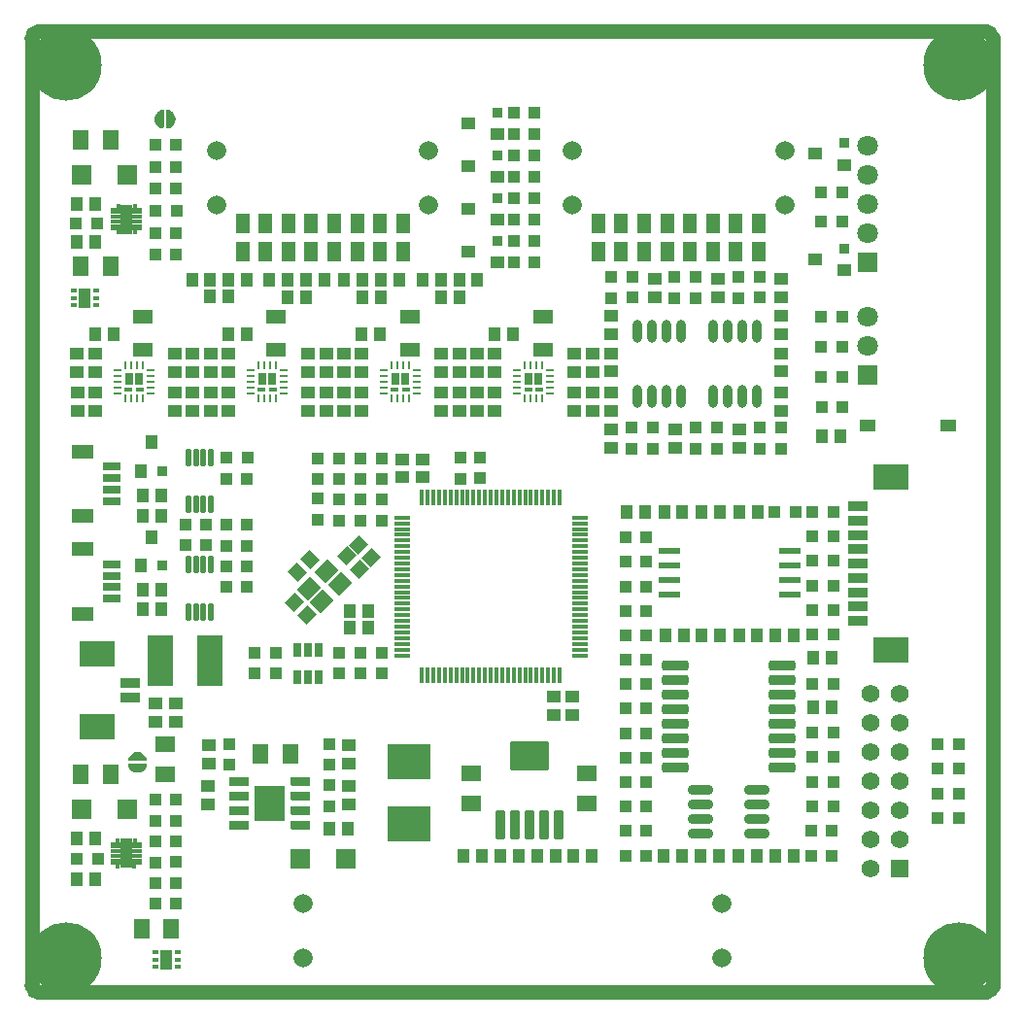
<source format=gbr>
G04*
G04 #@! TF.GenerationSoftware,Altium Limited,Altium Designer,24.1.2 (44)*
G04*
G04 Layer_Color=8388736*
%FSLAX44Y44*%
%MOMM*%
G71*
G04*
G04 #@! TF.SameCoordinates,1E5C80FD-96BC-4AB1-9BEB-1594B19F9C97*
G04*
G04*
G04 #@! TF.FilePolarity,Negative*
G04*
G01*
G75*
%ADD25C,1.2700*%
%ADD26R,0.3300X1.3500*%
%ADD27R,1.3500X0.3300*%
%ADD34R,1.4000X1.8000*%
%ADD35R,1.8000X1.8000*%
%ADD38R,0.9500X0.9000*%
%ADD39R,0.6500X0.2500*%
%ADD41R,0.2500X0.6500*%
%ADD49R,0.6500X0.3000*%
%ADD50R,0.7000X1.0000*%
%ADD51R,0.6500X0.2286*%
%ADD52R,1.5494X0.6604*%
%ADD53R,3.0988X2.2098*%
%ADD54R,1.7018X0.8128*%
%ADD58R,1.8000X1.4000*%
%ADD65R,1.9539X0.5821*%
%ADD66R,0.9000X0.9500*%
%ADD67R,1.1032X1.0032*%
%ADD68R,1.4032X1.0032*%
%ADD69R,1.1032X1.2032*%
%ADD70R,2.2032X4.4032*%
%ADD71R,1.2032X1.1032*%
%ADD72R,1.1016X1.7016*%
%ADD73R,0.5516X0.4016*%
%ADD74R,1.0032X1.1032*%
G04:AMPARAMS|DCode=75|XSize=1.2032mm|YSize=1.1032mm|CornerRadius=0mm|HoleSize=0mm|Usage=FLASHONLY|Rotation=225.000|XOffset=0mm|YOffset=0mm|HoleType=Round|Shape=Rectangle|*
%AMROTATEDRECTD75*
4,1,4,0.0354,0.8154,0.8154,0.0354,-0.0354,-0.8154,-0.8154,-0.0354,0.0354,0.8154,0.0*
%
%ADD75ROTATEDRECTD75*%

%ADD76R,1.1532X1.1032*%
%ADD77R,0.8532X0.4532*%
%ADD78R,0.8532X0.5032*%
%ADD79R,0.4532X0.8532*%
%ADD80R,0.5032X2.6032*%
%ADD81R,1.7524X0.9524*%
%ADD82R,3.1524X2.2524*%
%ADD83R,1.2032X1.7032*%
%ADD84R,1.7032X1.2032*%
%ADD85O,0.5532X1.6032*%
%ADD86O,0.8032X2.0032*%
%ADD87R,1.9050X1.2954*%
%ADD88R,0.8032X1.2032*%
G04:AMPARAMS|DCode=89|XSize=1.6032mm|YSize=1.4032mm|CornerRadius=0mm|HoleSize=0mm|Usage=FLASHONLY|Rotation=45.000|XOffset=0mm|YOffset=0mm|HoleType=Round|Shape=Rectangle|*
%AMROTATEDRECTD89*
4,1,4,-0.0707,-1.0629,-1.0629,-0.0707,0.0707,1.0629,1.0629,0.0707,-0.0707,-1.0629,0.0*
%
%ADD89ROTATEDRECTD89*%

G04:AMPARAMS|DCode=90|XSize=1.2032mm|YSize=1.1032mm|CornerRadius=0mm|HoleSize=0mm|Usage=FLASHONLY|Rotation=315.000|XOffset=0mm|YOffset=0mm|HoleType=Round|Shape=Rectangle|*
%AMROTATEDRECTD90*
4,1,4,-0.8154,0.0354,-0.0354,0.8154,0.8154,-0.0354,0.0354,-0.8154,-0.8154,0.0354,0.0*
%
%ADD90ROTATEDRECTD90*%

G04:AMPARAMS|DCode=91|XSize=0.9032mm|YSize=2.6032mm|CornerRadius=0.1506mm|HoleSize=0mm|Usage=FLASHONLY|Rotation=180.000|XOffset=0mm|YOffset=0mm|HoleType=Round|Shape=RoundedRectangle|*
%AMROUNDEDRECTD91*
21,1,0.9032,2.3020,0,0,180.0*
21,1,0.6020,2.6032,0,0,180.0*
1,1,0.3012,-0.3010,1.1510*
1,1,0.3012,0.3010,1.1510*
1,1,0.3012,0.3010,-1.1510*
1,1,0.3012,-0.3010,-1.1510*
%
%ADD91ROUNDEDRECTD91*%
G04:AMPARAMS|DCode=92|XSize=3.4032mm|YSize=2.6032mm|CornerRadius=0.1496mm|HoleSize=0mm|Usage=FLASHONLY|Rotation=180.000|XOffset=0mm|YOffset=0mm|HoleType=Round|Shape=RoundedRectangle|*
%AMROUNDEDRECTD92*
21,1,3.4032,2.3040,0,0,180.0*
21,1,3.1040,2.6032,0,0,180.0*
1,1,0.2992,-1.5520,1.1520*
1,1,0.2992,1.5520,1.1520*
1,1,0.2992,1.5520,-1.1520*
1,1,0.2992,-1.5520,-1.1520*
%
%ADD92ROUNDEDRECTD92*%
%ADD93R,3.7032X3.1532*%
G04:AMPARAMS|DCode=94|XSize=2.1632mm|YSize=0.7732mm|CornerRadius=0.2413mm|HoleSize=0mm|Usage=FLASHONLY|Rotation=0.000|XOffset=0mm|YOffset=0mm|HoleType=Round|Shape=RoundedRectangle|*
%AMROUNDEDRECTD94*
21,1,2.1632,0.2907,0,0,0.0*
21,1,1.6807,0.7732,0,0,0.0*
1,1,0.4825,0.8404,-0.1454*
1,1,0.4825,-0.8404,-0.1454*
1,1,0.4825,-0.8404,0.1454*
1,1,0.4825,0.8404,0.1454*
%
%ADD94ROUNDEDRECTD94*%
G04:AMPARAMS|DCode=95|XSize=2.3632mm|YSize=0.9232mm|CornerRadius=0.2816mm|HoleSize=0mm|Usage=FLASHONLY|Rotation=180.000|XOffset=0mm|YOffset=0mm|HoleType=Round|Shape=RoundedRectangle|*
%AMROUNDEDRECTD95*
21,1,2.3632,0.3600,0,0,180.0*
21,1,1.8000,0.9232,0,0,180.0*
1,1,0.5632,-0.9000,0.1800*
1,1,0.5632,0.9000,0.1800*
1,1,0.5632,0.9000,-0.1800*
1,1,0.5632,-0.9000,-0.1800*
%
%ADD95ROUNDEDRECTD95*%
%ADD96R,1.1032X1.1532*%
%ADD97R,1.8032X1.8032*%
%ADD98C,1.8032*%
%ADD99C,1.6612*%
%ADD100C,1.5732*%
%ADD101R,1.5732X1.5732*%
%ADD102C,1.2032*%
%ADD103C,6.2032*%
%ADD104C,0.6032*%
G36*
X124617Y775863D02*
X124653Y775863D01*
X124684Y775859D01*
X124714Y775857D01*
X124749Y775850D01*
X124785Y775845D01*
X125289Y775742D01*
X125292Y775742D01*
X125295Y775741D01*
X125356Y775724D01*
X125417Y775707D01*
X125420Y775706D01*
X125423Y775705D01*
X126394Y775364D01*
X126397Y775363D01*
X126399Y775362D01*
X126459Y775336D01*
X126516Y775312D01*
X126519Y775310D01*
X126522Y775309D01*
X127436Y774838D01*
X127439Y774837D01*
X127442Y774835D01*
X127497Y774802D01*
X127550Y774770D01*
X127553Y774768D01*
X127556Y774766D01*
X128397Y774175D01*
X128400Y774173D01*
X128402Y774171D01*
X128453Y774130D01*
X128501Y774091D01*
X128503Y774089D01*
X128506Y774087D01*
X129259Y773387D01*
X129261Y773384D01*
X129263Y773382D01*
X129308Y773335D01*
X129350Y773290D01*
X129352Y773287D01*
X129354Y773285D01*
X130005Y772488D01*
X130007Y772486D01*
X130009Y772483D01*
X130046Y772431D01*
X130082Y772380D01*
X130084Y772377D01*
X130085Y772374D01*
X130621Y771496D01*
X130623Y771494D01*
X130624Y771491D01*
X130653Y771436D01*
X130683Y771378D01*
X130684Y771375D01*
X130685Y771373D01*
X131096Y770430D01*
X131097Y770427D01*
X131099Y770424D01*
X131121Y770362D01*
X131141Y770304D01*
X131142Y770302D01*
X131143Y770298D01*
X131421Y769308D01*
X131422Y769305D01*
X131423Y769302D01*
X131436Y769240D01*
X131449Y769178D01*
X131449Y769175D01*
X131450Y769172D01*
X131590Y768153D01*
X131590Y768149D01*
X131591Y768147D01*
X131595Y768083D01*
X131600Y768020D01*
X131599Y768017D01*
X131600Y768014D01*
Y766985D01*
X131599Y766982D01*
X131600Y766979D01*
X131595Y766915D01*
X131591Y766852D01*
X131590Y766849D01*
X131590Y766846D01*
X131450Y765827D01*
X131449Y765824D01*
X131449Y765821D01*
X131436Y765759D01*
X131423Y765696D01*
X131422Y765694D01*
X131421Y765690D01*
X131143Y764700D01*
X131142Y764697D01*
X131141Y764694D01*
X131120Y764635D01*
X131099Y764575D01*
X131097Y764572D01*
X131096Y764569D01*
X130685Y763626D01*
X130684Y763623D01*
X130683Y763620D01*
X130653Y763564D01*
X130624Y763507D01*
X130623Y763505D01*
X130621Y763502D01*
X130085Y762624D01*
X130084Y762621D01*
X130082Y762619D01*
X130045Y762567D01*
X130009Y762515D01*
X130007Y762513D01*
X130005Y762510D01*
X129354Y761713D01*
X129352Y761711D01*
X129350Y761709D01*
X129307Y761663D01*
X129263Y761616D01*
X129261Y761614D01*
X129259Y761612D01*
X128506Y760911D01*
X128503Y760909D01*
X128501Y760907D01*
X128451Y760867D01*
X128402Y760827D01*
X128400Y760826D01*
X128397Y760824D01*
X127556Y760232D01*
X127553Y760231D01*
X127550Y760229D01*
X127495Y760195D01*
X127442Y760163D01*
X127439Y760162D01*
X127436Y760160D01*
X126522Y759690D01*
X126519Y759688D01*
X126516Y759687D01*
X126460Y759663D01*
X126399Y759637D01*
X126396Y759636D01*
X126394Y759635D01*
X125423Y759293D01*
X125420Y759292D01*
X125417Y759291D01*
X125356Y759274D01*
X125295Y759257D01*
X125292Y759257D01*
X125289Y759256D01*
X124785Y759153D01*
X124749Y759148D01*
X124714Y759141D01*
X124684Y759139D01*
X124653Y759135D01*
X124617Y759135D01*
X124581Y759133D01*
X124551Y759135D01*
X124520Y759134D01*
X124484Y759139D01*
X124448Y759141D01*
X124418Y759147D01*
X124388Y759151D01*
X124353Y759160D01*
X124318Y759167D01*
X124289Y759177D01*
X124259Y759185D01*
X124226Y759199D01*
X124192Y759210D01*
X124164Y759224D01*
X124136Y759235D01*
X124104Y759253D01*
X124072Y759269D01*
X124047Y759286D01*
X124020Y759301D01*
X123991Y759323D01*
X123962Y759343D01*
X123939Y759363D01*
X123914Y759382D01*
X123888Y759407D01*
X123862Y759431D01*
X123841Y759454D01*
X123819Y759476D01*
X123797Y759504D01*
X123774Y759531D01*
X123757Y759556D01*
X123738Y759581D01*
X123719Y759612D01*
X123700Y759642D01*
X123686Y759669D01*
X123671Y759696D01*
X123657Y759729D01*
X123641Y759761D01*
X123631Y759790D01*
X123619Y759819D01*
X123610Y759853D01*
X123598Y759887D01*
X123592Y759917D01*
X123584Y759947D01*
X123579Y759983D01*
X123572Y760018D01*
X123570Y760049D01*
X123566Y760079D01*
X123566Y760115D01*
X123563Y760151D01*
X123563Y774848D01*
X123566Y774884D01*
X123566Y774919D01*
X123570Y774949D01*
X123572Y774981D01*
X123579Y775016D01*
X123584Y775051D01*
X123592Y775081D01*
X123598Y775111D01*
X123610Y775146D01*
X123619Y775180D01*
X123631Y775208D01*
X123641Y775237D01*
X123657Y775270D01*
X123671Y775303D01*
X123686Y775329D01*
X123700Y775357D01*
X123720Y775387D01*
X123738Y775418D01*
X123756Y775442D01*
X123774Y775468D01*
X123798Y775495D01*
X123819Y775523D01*
X123841Y775544D01*
X123861Y775568D01*
X123889Y775592D01*
X123914Y775617D01*
X123938Y775635D01*
X123962Y775656D01*
X123992Y775676D01*
X124020Y775697D01*
X124046Y775712D01*
X124072Y775730D01*
X124105Y775745D01*
X124136Y775763D01*
X124164Y775775D01*
X124192Y775788D01*
X124226Y775800D01*
X124259Y775814D01*
X124289Y775821D01*
X124318Y775831D01*
X124353Y775838D01*
X124388Y775847D01*
X124418Y775851D01*
X124448Y775857D01*
X124484Y775860D01*
X124520Y775864D01*
X124551Y775864D01*
X124581Y775866D01*
X124581D01*
X124617Y775863D01*
D02*
G37*
G36*
X120452Y775861D02*
X120483Y775861D01*
X120519Y775856D01*
X120554Y775854D01*
X120584Y775848D01*
X120615Y775844D01*
X120650Y775835D01*
X120685Y775828D01*
X120714Y775818D01*
X120744Y775810D01*
X120777Y775797D01*
X120811Y775785D01*
X120839Y775771D01*
X120867Y775760D01*
X120898Y775742D01*
X120931Y775726D01*
X120956Y775709D01*
X120983Y775694D01*
X121012Y775672D01*
X121041Y775652D01*
X121064Y775632D01*
X121089Y775613D01*
X121114Y775588D01*
X121141Y775564D01*
X121162Y775541D01*
X121184Y775520D01*
X121206Y775491D01*
X121229Y775464D01*
X121246Y775439D01*
X121265Y775414D01*
X121283Y775383D01*
X121303Y775354D01*
X121317Y775326D01*
X121332Y775299D01*
X121346Y775266D01*
X121362Y775234D01*
X121372Y775205D01*
X121384Y775177D01*
X121393Y775142D01*
X121405Y775108D01*
X121411Y775078D01*
X121419Y775048D01*
X121424Y775013D01*
X121431Y774977D01*
X121433Y774947D01*
X121437Y774916D01*
X121437Y774880D01*
X121440Y774845D01*
X121440Y760147D01*
X121437Y760111D01*
X121437Y760076D01*
X121433Y760046D01*
X121431Y760015D01*
X121424Y759979D01*
X121419Y759944D01*
X121411Y759914D01*
X121405Y759884D01*
X121393Y759849D01*
X121384Y759815D01*
X121372Y759788D01*
X121362Y759758D01*
X121346Y759725D01*
X121332Y759693D01*
X121317Y759666D01*
X121313Y759659D01*
X121303Y759638D01*
X121283Y759608D01*
X121265Y759578D01*
X121247Y759554D01*
X121229Y759528D01*
X121205Y759500D01*
X121184Y759472D01*
X121162Y759451D01*
X121141Y759428D01*
X121114Y759404D01*
X121089Y759379D01*
X121065Y759360D01*
X121041Y759340D01*
X121011Y759320D01*
X120983Y759298D01*
X120956Y759283D01*
X120931Y759266D01*
X120898Y759250D01*
X120867Y759232D01*
X120839Y759221D01*
X120811Y759207D01*
X120777Y759195D01*
X120744Y759182D01*
X120714Y759174D01*
X120685Y759164D01*
X120650Y759157D01*
X120615Y759148D01*
X120584Y759144D01*
X120554Y759138D01*
X120519Y759136D01*
X120483Y759131D01*
X120452Y759131D01*
X120421Y759129D01*
X120421D01*
X120385Y759132D01*
X120350Y759132D01*
X120319Y759136D01*
X120288Y759138D01*
X120253Y759145D01*
X120218Y759150D01*
X119714Y759253D01*
X119711Y759254D01*
X119708Y759254D01*
X119647Y759271D01*
X119585Y759288D01*
X119583Y759289D01*
X119579Y759290D01*
X118609Y759631D01*
X118606Y759632D01*
X118603Y759633D01*
X118544Y759659D01*
X118487Y759684D01*
X118484Y759685D01*
X118481Y759686D01*
X117566Y760157D01*
X117564Y760159D01*
X117561Y760160D01*
X117506Y760193D01*
X117452Y760226D01*
X117450Y760228D01*
X117447Y760229D01*
X116605Y760820D01*
X116603Y760822D01*
X116600Y760824D01*
X116550Y760865D01*
X116502Y760904D01*
X116500Y760906D01*
X116497Y760908D01*
X115744Y761609D01*
X115742Y761611D01*
X115739Y761613D01*
X115695Y761660D01*
X115653Y761705D01*
X115651Y761708D01*
X115649Y761710D01*
X114998Y762507D01*
X114996Y762510D01*
X114994Y762512D01*
X114957Y762565D01*
X114921Y762616D01*
X114919Y762618D01*
X114917Y762621D01*
X114382Y763499D01*
X114380Y763502D01*
X114378Y763504D01*
X114350Y763559D01*
X114320Y763617D01*
X114319Y763620D01*
X114317Y763623D01*
X113907Y764566D01*
X113906Y764568D01*
X113904Y764571D01*
X113882Y764633D01*
X113862Y764691D01*
X113861Y764694D01*
X113860Y764697D01*
X113582Y765687D01*
X113581Y765690D01*
X113580Y765693D01*
X113567Y765755D01*
X113554Y765817D01*
X113554Y765821D01*
X113553Y765824D01*
X113413Y766843D01*
X113413Y766846D01*
X113412Y766849D01*
X113408Y766913D01*
X113403Y766975D01*
X113403Y766979D01*
X113403Y766982D01*
X113403Y768010D01*
X113403Y768013D01*
X113403Y768017D01*
X113408Y768081D01*
X113412Y768143D01*
X113413Y768146D01*
X113413Y768149D01*
X113553Y769168D01*
X113554Y769171D01*
X113554Y769174D01*
X113567Y769237D01*
X113580Y769299D01*
X113581Y769302D01*
X113582Y769305D01*
X113860Y770295D01*
X113861Y770298D01*
X113862Y770301D01*
X113883Y770361D01*
X113904Y770421D01*
X113906Y770424D01*
X113907Y770426D01*
X114317Y771369D01*
X114319Y771372D01*
X114320Y771375D01*
X114349Y771431D01*
X114378Y771488D01*
X114380Y771490D01*
X114382Y771493D01*
X114917Y772371D01*
X114919Y772374D01*
X114921Y772376D01*
X114958Y772428D01*
X114994Y772480D01*
X114996Y772482D01*
X114998Y772485D01*
X115648Y773282D01*
X115651Y773284D01*
X115653Y773287D01*
X115696Y773333D01*
X115739Y773379D01*
X115742Y773381D01*
X115744Y773383D01*
X116497Y774084D01*
X116500Y774086D01*
X116502Y774088D01*
X116551Y774128D01*
X116600Y774168D01*
X116603Y774170D01*
X116605Y774172D01*
X117447Y774763D01*
X117450Y774764D01*
X117452Y774766D01*
X117508Y774800D01*
X117561Y774832D01*
X117564Y774833D01*
X117566Y774835D01*
X118481Y775306D01*
X118484Y775307D01*
X118487Y775308D01*
X118543Y775332D01*
X118603Y775359D01*
X118606Y775359D01*
X118609Y775361D01*
X119579Y775702D01*
X119582Y775703D01*
X119585Y775704D01*
X119647Y775721D01*
X119708Y775738D01*
X119711Y775738D01*
X119714Y775739D01*
X120218Y775842D01*
X120253Y775847D01*
X120288Y775854D01*
X120319Y775856D01*
X120350Y775860D01*
X120385Y775860D01*
X120421Y775863D01*
X120452Y775861D01*
D02*
G37*
G36*
X99070Y215849D02*
X99073Y215849D01*
X99137Y215845D01*
X99200Y215841D01*
X99203Y215840D01*
X99206Y215840D01*
X100225Y215699D01*
X100228Y215699D01*
X100231Y215699D01*
X100293Y215685D01*
X100356Y215673D01*
X100358Y215672D01*
X100361Y215671D01*
X101352Y215393D01*
X101355Y215392D01*
X101358Y215391D01*
X101417Y215370D01*
X101477Y215348D01*
X101480Y215347D01*
X101483Y215346D01*
X102426Y214935D01*
X102429Y214934D01*
X102432Y214933D01*
X102488Y214903D01*
X102544Y214874D01*
X102547Y214872D01*
X102550Y214871D01*
X103428Y214335D01*
X103430Y214333D01*
X103433Y214332D01*
X103485Y214295D01*
X103537Y214258D01*
X103539Y214256D01*
X103541Y214255D01*
X104338Y213604D01*
X104341Y213602D01*
X104343Y213600D01*
X104389Y213557D01*
X104436Y213513D01*
X104438Y213511D01*
X104440Y213509D01*
X105140Y212756D01*
X105142Y212753D01*
X105145Y212751D01*
X105185Y212701D01*
X105225Y212652D01*
X105226Y212650D01*
X105228Y212647D01*
X105819Y211805D01*
X105821Y211803D01*
X105823Y211800D01*
X105857Y211744D01*
X105889Y211692D01*
X105890Y211689D01*
X105892Y211686D01*
X106362Y210771D01*
X106363Y210769D01*
X106365Y210766D01*
X106389Y210709D01*
X106415Y210649D01*
X106416Y210646D01*
X106417Y210643D01*
X106759Y209673D01*
X106760Y209670D01*
X106761Y209667D01*
X106777Y209606D01*
X106795Y209545D01*
X106795Y209542D01*
X106796Y209539D01*
X106899Y209035D01*
X106903Y208999D01*
X106910Y208964D01*
X106913Y208933D01*
X106917Y208903D01*
X106917Y208867D01*
X106919Y208831D01*
X106917Y208801D01*
X106917Y208770D01*
X106913Y208734D01*
X106910Y208698D01*
X106905Y208668D01*
X106901Y208638D01*
X106891Y208603D01*
X106884Y208568D01*
X106875Y208538D01*
X106867Y208509D01*
X106853Y208476D01*
X106842Y208442D01*
X106828Y208414D01*
X106817Y208386D01*
X106799Y208354D01*
X106783Y208322D01*
X106766Y208297D01*
X106750Y208270D01*
X106729Y208241D01*
X106709Y208211D01*
X106689Y208188D01*
X106670Y208164D01*
X106645Y208138D01*
X106621Y208111D01*
X106598Y208091D01*
X106576Y208069D01*
X106548Y208047D01*
X106521Y208023D01*
X106495Y208006D01*
X106471Y207987D01*
X106440Y207969D01*
X106410Y207950D01*
X106383Y207936D01*
X106356Y207920D01*
X106323Y207906D01*
X106291Y207890D01*
X106262Y207881D01*
X106233Y207869D01*
X106198Y207859D01*
X106165Y207848D01*
X106135Y207842D01*
X106105Y207834D01*
X106069Y207829D01*
X106034Y207822D01*
X106003Y207820D01*
X105973Y207816D01*
X105937Y207815D01*
X105901Y207813D01*
X91204Y207813D01*
X91168Y207815D01*
X91132Y207816D01*
X91102Y207820D01*
X91071Y207822D01*
X91036Y207829D01*
X91000Y207834D01*
X90971Y207842D01*
X90941Y207848D01*
X90906Y207859D01*
X90872Y207869D01*
X90844Y207880D01*
X90815Y207890D01*
X90782Y207907D01*
X90749Y207920D01*
X90723Y207936D01*
X90695Y207949D01*
X90665Y207970D01*
X90634Y207987D01*
X90610Y208006D01*
X90584Y208023D01*
X90561Y208044D01*
X90557Y208047D01*
X90529Y208069D01*
X90508Y208091D01*
X90484Y208111D01*
X90460Y208139D01*
X90435Y208164D01*
X90417Y208188D01*
X90396Y208211D01*
X90376Y208242D01*
X90355Y208270D01*
X90340Y208296D01*
X90322Y208322D01*
X90306Y208355D01*
X90289Y208386D01*
X90277Y208414D01*
X90263Y208442D01*
X90252Y208476D01*
X90238Y208509D01*
X90231Y208538D01*
X90221Y208568D01*
X90214Y208603D01*
X90204Y208638D01*
X90201Y208668D01*
X90195Y208698D01*
X90192Y208734D01*
X90188Y208770D01*
X90188Y208801D01*
X90186Y208831D01*
Y208831D01*
X90188Y208867D01*
X90189Y208903D01*
X90193Y208933D01*
X90195Y208964D01*
X90202Y208999D01*
X90206Y209035D01*
X90309Y209539D01*
X90310Y209542D01*
X90311Y209545D01*
X90328Y209606D01*
X90344Y209667D01*
X90346Y209670D01*
X90346Y209673D01*
X90688Y210644D01*
X90689Y210646D01*
X90690Y210649D01*
X90716Y210709D01*
X90740Y210766D01*
X90742Y210769D01*
X90743Y210771D01*
X91214Y211686D01*
X91215Y211689D01*
X91217Y211692D01*
X91250Y211747D01*
X91282Y211800D01*
X91284Y211803D01*
X91286Y211805D01*
X91877Y212647D01*
X91879Y212650D01*
X91881Y212652D01*
X91921Y212702D01*
X91960Y212751D01*
X91963Y212753D01*
X91965Y212756D01*
X92665Y213509D01*
X92667Y213511D01*
X92669Y213513D01*
X92717Y213558D01*
X92762Y213600D01*
X92765Y213602D01*
X92767Y213604D01*
X93564Y214255D01*
X93566Y214256D01*
X93568Y214258D01*
X93621Y214296D01*
X93672Y214332D01*
X93675Y214333D01*
X93677Y214335D01*
X94556Y214871D01*
X94558Y214872D01*
X94561Y214874D01*
X94616Y214902D01*
X94674Y214933D01*
X94677Y214934D01*
X94679Y214935D01*
X95622Y215346D01*
X95625Y215347D01*
X95628Y215348D01*
X95690Y215370D01*
X95747Y215391D01*
X95750Y215392D01*
X95753Y215393D01*
X96744Y215671D01*
X96747Y215672D01*
X96750Y215673D01*
X96812Y215685D01*
X96874Y215699D01*
X96877Y215699D01*
X96880Y215699D01*
X97899Y215840D01*
X97902Y215840D01*
X97905Y215841D01*
X97969Y215845D01*
X98032Y215849D01*
X98035Y215849D01*
X98038Y215849D01*
X99067D01*
X99070Y215849D01*
D02*
G37*
G36*
X105941Y205687D02*
X105976Y205687D01*
X106006Y205683D01*
X106037Y205681D01*
X106073Y205674D01*
X106108Y205669D01*
X106137Y205661D01*
X106168Y205655D01*
X106202Y205643D01*
X106236Y205634D01*
X106264Y205622D01*
X106294Y205612D01*
X106327Y205596D01*
X106359Y205582D01*
X106385Y205567D01*
X106413Y205553D01*
X106444Y205533D01*
X106474Y205515D01*
X106498Y205496D01*
X106524Y205479D01*
X106552Y205455D01*
X106580Y205433D01*
X106601Y205412D01*
X106624Y205391D01*
X106648Y205364D01*
X106673Y205339D01*
X106692Y205314D01*
X106712Y205291D01*
X106732Y205261D01*
X106754Y205233D01*
X106769Y205206D01*
X106786Y205180D01*
X106802Y205148D01*
X106820Y205117D01*
X106831Y205089D01*
X106845Y205061D01*
X106857Y205026D01*
X106870Y204994D01*
X106878Y204964D01*
X106888Y204935D01*
X106895Y204900D01*
X106904Y204865D01*
X106908Y204834D01*
X106914Y204804D01*
X106916Y204768D01*
X106921Y204733D01*
X106920Y204702D01*
X106923Y204671D01*
Y204671D01*
X106920Y204635D01*
X106920Y204599D01*
X106916Y204569D01*
X106914Y204538D01*
X106907Y204503D01*
X106902Y204468D01*
X106799Y203964D01*
X106798Y203961D01*
X106798Y203958D01*
X106781Y203897D01*
X106764Y203835D01*
X106763Y203832D01*
X106762Y203829D01*
X106420Y202859D01*
X106419Y202856D01*
X106419Y202853D01*
X106393Y202794D01*
X106368Y202736D01*
X106367Y202734D01*
X106365Y202731D01*
X105895Y201816D01*
X105893Y201814D01*
X105892Y201811D01*
X105858Y201756D01*
X105826Y201702D01*
X105824Y201700D01*
X105823Y201697D01*
X105231Y200855D01*
X105230Y200853D01*
X105228Y200850D01*
X105187Y200800D01*
X105148Y200751D01*
X105146Y200749D01*
X105144Y200747D01*
X104443Y199994D01*
X104441Y199992D01*
X104439Y199989D01*
X104391Y199945D01*
X104346Y199902D01*
X104344Y199900D01*
X104342Y199898D01*
X103545Y199248D01*
X103542Y199246D01*
X103540Y199244D01*
X103487Y199207D01*
X103436Y199170D01*
X103434Y199169D01*
X103431Y199167D01*
X102553Y198631D01*
X102550Y198630D01*
X102548Y198628D01*
X102493Y198600D01*
X102435Y198570D01*
X102432Y198569D01*
X102429Y198567D01*
X101486Y198156D01*
X101483Y198155D01*
X101481Y198154D01*
X101418Y198132D01*
X101361Y198111D01*
X101358Y198111D01*
X101355Y198110D01*
X100365Y197831D01*
X100362Y197831D01*
X100359Y197830D01*
X100297Y197817D01*
X100234Y197804D01*
X100231Y197804D01*
X100228Y197803D01*
X99209Y197663D01*
X99206Y197662D01*
X99203Y197662D01*
X99140Y197658D01*
X99076Y197653D01*
X99073Y197653D01*
X99070Y197653D01*
X98041D01*
X98038Y197653D01*
X98035Y197653D01*
X97972Y197658D01*
X97909Y197662D01*
X97906Y197662D01*
X97902Y197663D01*
X96883Y197803D01*
X96880Y197804D01*
X96877Y197804D01*
X96815Y197817D01*
X96753Y197830D01*
X96750Y197831D01*
X96747Y197831D01*
X95757Y198110D01*
X95754Y198111D01*
X95751Y198111D01*
X95691Y198133D01*
X95631Y198154D01*
X95628Y198155D01*
X95625Y198156D01*
X94682Y198567D01*
X94680Y198569D01*
X94677Y198570D01*
X94621Y198599D01*
X94564Y198628D01*
X94561Y198630D01*
X94559Y198631D01*
X93681Y199167D01*
X93678Y199169D01*
X93675Y199170D01*
X93624Y199207D01*
X93572Y199244D01*
X93569Y199246D01*
X93567Y199248D01*
X92770Y199898D01*
X92768Y199900D01*
X92765Y199902D01*
X92719Y199946D01*
X92673Y199989D01*
X92671Y199991D01*
X92668Y199994D01*
X91968Y200747D01*
X91966Y200749D01*
X91964Y200751D01*
X91924Y200801D01*
X91884Y200850D01*
X91882Y200853D01*
X91880Y200855D01*
X91289Y201697D01*
X91287Y201700D01*
X91285Y201702D01*
X91252Y201758D01*
X91220Y201811D01*
X91219Y201814D01*
X91217Y201816D01*
X90746Y202731D01*
X90745Y202734D01*
X90744Y202736D01*
X90719Y202793D01*
X90693Y202853D01*
X90692Y202856D01*
X90691Y202859D01*
X90350Y203829D01*
X90349Y203832D01*
X90348Y203835D01*
X90331Y203897D01*
X90314Y203958D01*
X90313Y203961D01*
X90313Y203964D01*
X90210Y204468D01*
X90205Y204503D01*
X90198Y204538D01*
X90196Y204569D01*
X90192Y204599D01*
X90191Y204635D01*
X90189Y204671D01*
X90191Y204702D01*
X90191Y204733D01*
X90196Y204768D01*
X90198Y204804D01*
X90204Y204834D01*
X90208Y204865D01*
X90217Y204900D01*
X90224Y204935D01*
X90234Y204964D01*
X90242Y204994D01*
X90255Y205026D01*
X90267Y205061D01*
X90280Y205089D01*
X90292Y205117D01*
X90310Y205148D01*
X90326Y205180D01*
X90343Y205206D01*
X90358Y205233D01*
X90380Y205261D01*
X90400Y205291D01*
X90420Y205314D01*
X90438Y205339D01*
X90464Y205364D01*
X90487Y205391D01*
X90511Y205411D01*
X90532Y205433D01*
X90561Y205455D01*
X90588Y205479D01*
X90613Y205496D01*
X90638Y205515D01*
X90669Y205533D01*
X90698Y205553D01*
X90726Y205566D01*
X90752Y205582D01*
X90786Y205596D01*
X90818Y205612D01*
X90847Y205622D01*
X90875Y205634D01*
X90910Y205643D01*
X90944Y205655D01*
X90974Y205661D01*
X91004Y205669D01*
X91039Y205674D01*
X91074Y205681D01*
X91105Y205683D01*
X91136Y205687D01*
X91171Y205687D01*
X91207Y205689D01*
X105904Y205689D01*
X105941Y205687D01*
D02*
G37*
G36*
X248783Y193737D02*
X248803D01*
X248833Y193727D01*
X248853D01*
X248883Y193717D01*
X248903Y193707D01*
X248933Y193697D01*
X248953Y193677D01*
X248973Y193667D01*
X248993Y193647D01*
X249013Y193637D01*
X249033Y193617D01*
X249053Y193597D01*
X249073Y193577D01*
X249093Y193557D01*
X249103Y193537D01*
X249123Y193517D01*
X249133Y193497D01*
X249153Y193477D01*
X249163Y193447D01*
X249173Y193427D01*
X249183Y193397D01*
Y193377D01*
X249193Y193347D01*
Y193327D01*
X249203Y193297D01*
Y193277D01*
Y193247D01*
Y186847D01*
Y186817D01*
Y186797D01*
X249193Y186767D01*
Y186747D01*
X249183Y186717D01*
Y186697D01*
X249173Y186667D01*
X249163Y186647D01*
X249153Y186617D01*
X249133Y186597D01*
X249123Y186577D01*
X249103Y186557D01*
X249093Y186537D01*
X249073Y186517D01*
X249053Y186497D01*
X249033Y186477D01*
X249013Y186457D01*
X248993Y186447D01*
X248973Y186427D01*
X248953Y186417D01*
X248933Y186397D01*
X248903Y186387D01*
X248883Y186377D01*
X248853Y186367D01*
X248833D01*
X248803Y186357D01*
X248783D01*
X248753Y186347D01*
X232753D01*
X232723Y186357D01*
X232703D01*
X232673Y186367D01*
X232653D01*
X232623Y186377D01*
X232603Y186387D01*
X232573Y186397D01*
X232553Y186417D01*
X232533Y186427D01*
X232513Y186447D01*
X232493Y186457D01*
X232473Y186477D01*
X232453Y186497D01*
X232433Y186517D01*
X232413Y186537D01*
X232403Y186557D01*
X232383Y186577D01*
X232373Y186597D01*
X232353Y186617D01*
X232343Y186647D01*
X232333Y186667D01*
X232323Y186697D01*
Y186717D01*
X232313Y186747D01*
Y186767D01*
X232303Y186797D01*
Y186817D01*
Y186847D01*
Y193247D01*
Y193277D01*
Y193297D01*
X232313Y193327D01*
Y193347D01*
X232323Y193377D01*
Y193397D01*
X232333Y193427D01*
X232343Y193447D01*
X232353Y193477D01*
X232373Y193497D01*
X232383Y193517D01*
X232403Y193537D01*
X232413Y193557D01*
X232433Y193577D01*
X232453Y193597D01*
X232473Y193617D01*
X232493Y193637D01*
X232513Y193647D01*
X232533Y193667D01*
X232553Y193677D01*
X232573Y193697D01*
X232603Y193707D01*
X232623Y193717D01*
X232653Y193727D01*
X232673D01*
X232703Y193737D01*
X232723D01*
X232753Y193747D01*
X248753D01*
X248783Y193737D01*
D02*
G37*
G36*
X194783D02*
X194803D01*
X194833Y193727D01*
X194853D01*
X194883Y193717D01*
X194903Y193707D01*
X194933Y193697D01*
X194953Y193677D01*
X194973Y193667D01*
X194993Y193647D01*
X195013Y193637D01*
X195033Y193617D01*
X195053Y193597D01*
X195073Y193577D01*
X195093Y193557D01*
X195103Y193537D01*
X195123Y193517D01*
X195133Y193497D01*
X195153Y193477D01*
X195163Y193447D01*
X195173Y193427D01*
X195183Y193397D01*
Y193377D01*
X195193Y193347D01*
Y193327D01*
X195203Y193297D01*
Y193277D01*
Y193247D01*
Y186847D01*
Y186817D01*
Y186797D01*
X195193Y186767D01*
Y186747D01*
X195183Y186717D01*
Y186697D01*
X195173Y186667D01*
X195163Y186647D01*
X195153Y186617D01*
X195133Y186597D01*
X195123Y186577D01*
X195103Y186557D01*
X195093Y186537D01*
X195073Y186517D01*
X195053Y186497D01*
X195033Y186477D01*
X195013Y186457D01*
X194993Y186447D01*
X194973Y186427D01*
X194953Y186417D01*
X194933Y186397D01*
X194903Y186387D01*
X194883Y186377D01*
X194853Y186367D01*
X194833D01*
X194803Y186357D01*
X194783D01*
X194753Y186347D01*
X178753D01*
X178723Y186357D01*
X178703D01*
X178673Y186367D01*
X178653D01*
X178623Y186377D01*
X178603Y186387D01*
X178573Y186397D01*
X178553Y186417D01*
X178533Y186427D01*
X178513Y186447D01*
X178493Y186457D01*
X178473Y186477D01*
X178453Y186497D01*
X178433Y186517D01*
X178413Y186537D01*
X178403Y186557D01*
X178383Y186577D01*
X178373Y186597D01*
X178353Y186617D01*
X178343Y186647D01*
X178333Y186667D01*
X178323Y186697D01*
Y186717D01*
X178313Y186747D01*
Y186767D01*
X178303Y186797D01*
Y186817D01*
Y186847D01*
Y193247D01*
Y193277D01*
Y193297D01*
X178313Y193327D01*
Y193347D01*
X178323Y193377D01*
Y193397D01*
X178333Y193427D01*
X178343Y193447D01*
X178353Y193477D01*
X178373Y193497D01*
X178383Y193517D01*
X178403Y193537D01*
X178413Y193557D01*
X178433Y193577D01*
X178453Y193597D01*
X178473Y193617D01*
X178493Y193637D01*
X178513Y193647D01*
X178533Y193667D01*
X178553Y193677D01*
X178573Y193697D01*
X178603Y193707D01*
X178623Y193717D01*
X178653Y193727D01*
X178673D01*
X178703Y193737D01*
X178723D01*
X178753Y193747D01*
X194753D01*
X194783Y193737D01*
D02*
G37*
G36*
X248783Y181037D02*
X248803D01*
X248833Y181027D01*
X248853D01*
X248883Y181017D01*
X248903Y181007D01*
X248933Y180997D01*
X248953Y180977D01*
X248973Y180967D01*
X248993Y180947D01*
X249013Y180937D01*
X249033Y180917D01*
X249053Y180897D01*
X249073Y180877D01*
X249093Y180857D01*
X249103Y180837D01*
X249123Y180817D01*
X249133Y180797D01*
X249153Y180777D01*
X249163Y180747D01*
X249173Y180727D01*
X249183Y180697D01*
Y180677D01*
X249193Y180647D01*
Y180627D01*
X249203Y180597D01*
Y180577D01*
Y180547D01*
Y174147D01*
Y174117D01*
Y174097D01*
X249193Y174067D01*
Y174047D01*
X249183Y174017D01*
Y173997D01*
X249173Y173967D01*
X249163Y173947D01*
X249153Y173917D01*
X249133Y173897D01*
X249123Y173877D01*
X249103Y173857D01*
X249093Y173837D01*
X249073Y173817D01*
X249053Y173797D01*
X249033Y173777D01*
X249013Y173757D01*
X248993Y173747D01*
X248973Y173727D01*
X248953Y173717D01*
X248933Y173697D01*
X248903Y173687D01*
X248883Y173677D01*
X248853Y173667D01*
X248833D01*
X248803Y173657D01*
X248783D01*
X248753Y173647D01*
X232753D01*
X232723Y173657D01*
X232703D01*
X232673Y173667D01*
X232653D01*
X232623Y173677D01*
X232603Y173687D01*
X232573Y173697D01*
X232553Y173717D01*
X232533Y173727D01*
X232513Y173747D01*
X232493Y173757D01*
X232473Y173777D01*
X232453Y173797D01*
X232433Y173817D01*
X232413Y173837D01*
X232403Y173857D01*
X232383Y173877D01*
X232373Y173897D01*
X232353Y173917D01*
X232343Y173947D01*
X232333Y173967D01*
X232323Y173997D01*
Y174017D01*
X232313Y174047D01*
Y174067D01*
X232303Y174097D01*
Y174117D01*
Y174147D01*
Y180547D01*
Y180577D01*
Y180597D01*
X232313Y180627D01*
Y180647D01*
X232323Y180677D01*
Y180697D01*
X232333Y180727D01*
X232343Y180747D01*
X232353Y180777D01*
X232373Y180797D01*
X232383Y180817D01*
X232403Y180837D01*
X232413Y180857D01*
X232433Y180877D01*
X232453Y180897D01*
X232473Y180917D01*
X232493Y180937D01*
X232513Y180947D01*
X232533Y180967D01*
X232553Y180977D01*
X232573Y180997D01*
X232603Y181007D01*
X232623Y181017D01*
X232653Y181027D01*
X232673D01*
X232703Y181037D01*
X232723D01*
X232753Y181047D01*
X248753D01*
X248783Y181037D01*
D02*
G37*
G36*
X194783D02*
X194803D01*
X194833Y181027D01*
X194853D01*
X194883Y181017D01*
X194903Y181007D01*
X194933Y180997D01*
X194953Y180977D01*
X194973Y180967D01*
X194993Y180947D01*
X195013Y180937D01*
X195033Y180917D01*
X195053Y180897D01*
X195073Y180877D01*
X195093Y180857D01*
X195103Y180837D01*
X195123Y180817D01*
X195133Y180797D01*
X195153Y180777D01*
X195163Y180747D01*
X195173Y180727D01*
X195183Y180697D01*
Y180677D01*
X195193Y180647D01*
Y180627D01*
X195203Y180597D01*
Y180577D01*
Y180547D01*
Y174147D01*
Y174117D01*
Y174097D01*
X195193Y174067D01*
Y174047D01*
X195183Y174017D01*
Y173997D01*
X195173Y173967D01*
X195163Y173947D01*
X195153Y173917D01*
X195133Y173897D01*
X195123Y173877D01*
X195103Y173857D01*
X195093Y173837D01*
X195073Y173817D01*
X195053Y173797D01*
X195033Y173777D01*
X195013Y173757D01*
X194993Y173747D01*
X194973Y173727D01*
X194953Y173717D01*
X194933Y173697D01*
X194903Y173687D01*
X194883Y173677D01*
X194853Y173667D01*
X194833D01*
X194803Y173657D01*
X194783D01*
X194753Y173647D01*
X178753D01*
X178723Y173657D01*
X178703D01*
X178673Y173667D01*
X178653D01*
X178623Y173677D01*
X178603Y173687D01*
X178573Y173697D01*
X178553Y173717D01*
X178533Y173727D01*
X178513Y173747D01*
X178493Y173757D01*
X178473Y173777D01*
X178453Y173797D01*
X178433Y173817D01*
X178413Y173837D01*
X178403Y173857D01*
X178383Y173877D01*
X178373Y173897D01*
X178353Y173917D01*
X178343Y173947D01*
X178333Y173967D01*
X178323Y173997D01*
Y174017D01*
X178313Y174047D01*
Y174067D01*
X178303Y174097D01*
Y174117D01*
Y174147D01*
Y180547D01*
Y180577D01*
Y180597D01*
X178313Y180627D01*
Y180647D01*
X178323Y180677D01*
Y180697D01*
X178333Y180727D01*
X178343Y180747D01*
X178353Y180777D01*
X178373Y180797D01*
X178383Y180817D01*
X178403Y180837D01*
X178413Y180857D01*
X178433Y180877D01*
X178453Y180897D01*
X178473Y180917D01*
X178493Y180937D01*
X178513Y180947D01*
X178533Y180967D01*
X178553Y180977D01*
X178573Y180997D01*
X178603Y181007D01*
X178623Y181017D01*
X178653Y181027D01*
X178673D01*
X178703Y181037D01*
X178723D01*
X178753Y181047D01*
X194753D01*
X194783Y181037D01*
D02*
G37*
G36*
X248783Y168337D02*
X248803D01*
X248833Y168327D01*
X248853D01*
X248883Y168317D01*
X248903Y168307D01*
X248933Y168297D01*
X248953Y168277D01*
X248973Y168267D01*
X248993Y168247D01*
X249013Y168237D01*
X249033Y168217D01*
X249053Y168197D01*
X249073Y168177D01*
X249093Y168157D01*
X249103Y168137D01*
X249123Y168117D01*
X249133Y168097D01*
X249153Y168077D01*
X249163Y168047D01*
X249173Y168027D01*
X249183Y167997D01*
Y167977D01*
X249193Y167947D01*
Y167927D01*
X249203Y167897D01*
Y167877D01*
Y167847D01*
Y161447D01*
Y161417D01*
Y161397D01*
X249193Y161367D01*
Y161347D01*
X249183Y161317D01*
Y161297D01*
X249173Y161267D01*
X249163Y161247D01*
X249153Y161217D01*
X249133Y161197D01*
X249123Y161177D01*
X249103Y161157D01*
X249093Y161137D01*
X249073Y161117D01*
X249053Y161097D01*
X249033Y161077D01*
X249013Y161057D01*
X248993Y161047D01*
X248973Y161027D01*
X248953Y161017D01*
X248933Y160997D01*
X248903Y160987D01*
X248883Y160977D01*
X248853Y160967D01*
X248833D01*
X248803Y160957D01*
X248783D01*
X248753Y160947D01*
X232753D01*
X232723Y160957D01*
X232703D01*
X232673Y160967D01*
X232653D01*
X232623Y160977D01*
X232603Y160987D01*
X232573Y160997D01*
X232553Y161017D01*
X232533Y161027D01*
X232513Y161047D01*
X232493Y161057D01*
X232473Y161077D01*
X232453Y161097D01*
X232433Y161117D01*
X232413Y161137D01*
X232403Y161157D01*
X232383Y161177D01*
X232373Y161197D01*
X232353Y161217D01*
X232343Y161247D01*
X232333Y161267D01*
X232323Y161297D01*
Y161317D01*
X232313Y161347D01*
Y161367D01*
X232303Y161397D01*
Y161417D01*
Y161447D01*
Y167847D01*
Y167877D01*
Y167897D01*
X232313Y167927D01*
Y167947D01*
X232323Y167977D01*
Y167997D01*
X232333Y168027D01*
X232343Y168047D01*
X232353Y168077D01*
X232373Y168097D01*
X232383Y168117D01*
X232403Y168137D01*
X232413Y168157D01*
X232433Y168177D01*
X232453Y168197D01*
X232473Y168217D01*
X232493Y168237D01*
X232513Y168247D01*
X232533Y168267D01*
X232553Y168277D01*
X232573Y168297D01*
X232603Y168307D01*
X232623Y168317D01*
X232653Y168327D01*
X232673D01*
X232703Y168337D01*
X232723D01*
X232753Y168347D01*
X248753D01*
X248783Y168337D01*
D02*
G37*
G36*
X194783D02*
X194803D01*
X194833Y168327D01*
X194853D01*
X194883Y168317D01*
X194903Y168307D01*
X194933Y168297D01*
X194953Y168277D01*
X194973Y168267D01*
X194993Y168247D01*
X195013Y168237D01*
X195033Y168217D01*
X195053Y168197D01*
X195073Y168177D01*
X195093Y168157D01*
X195103Y168137D01*
X195123Y168117D01*
X195133Y168097D01*
X195153Y168077D01*
X195163Y168047D01*
X195173Y168027D01*
X195183Y167997D01*
Y167977D01*
X195193Y167947D01*
Y167927D01*
X195203Y167897D01*
Y167877D01*
Y167847D01*
Y161447D01*
Y161417D01*
Y161397D01*
X195193Y161367D01*
Y161347D01*
X195183Y161317D01*
Y161297D01*
X195173Y161267D01*
X195163Y161247D01*
X195153Y161217D01*
X195133Y161197D01*
X195123Y161177D01*
X195103Y161157D01*
X195093Y161137D01*
X195073Y161117D01*
X195053Y161097D01*
X195033Y161077D01*
X195013Y161057D01*
X194993Y161047D01*
X194973Y161027D01*
X194953Y161017D01*
X194933Y160997D01*
X194903Y160987D01*
X194883Y160977D01*
X194853Y160967D01*
X194833D01*
X194803Y160957D01*
X194783D01*
X194753Y160947D01*
X178753D01*
X178723Y160957D01*
X178703D01*
X178673Y160967D01*
X178653D01*
X178623Y160977D01*
X178603Y160987D01*
X178573Y160997D01*
X178553Y161017D01*
X178533Y161027D01*
X178513Y161047D01*
X178493Y161057D01*
X178473Y161077D01*
X178453Y161097D01*
X178433Y161117D01*
X178413Y161137D01*
X178403Y161157D01*
X178383Y161177D01*
X178373Y161197D01*
X178353Y161217D01*
X178343Y161247D01*
X178333Y161267D01*
X178323Y161297D01*
Y161317D01*
X178313Y161347D01*
Y161367D01*
X178303Y161397D01*
Y161417D01*
Y161447D01*
Y167847D01*
Y167877D01*
Y167897D01*
X178313Y167927D01*
Y167947D01*
X178323Y167977D01*
Y167997D01*
X178333Y168027D01*
X178343Y168047D01*
X178353Y168077D01*
X178373Y168097D01*
X178383Y168117D01*
X178403Y168137D01*
X178413Y168157D01*
X178433Y168177D01*
X178453Y168197D01*
X178473Y168217D01*
X178493Y168237D01*
X178513Y168247D01*
X178533Y168267D01*
X178553Y168277D01*
X178573Y168297D01*
X178603Y168307D01*
X178623Y168317D01*
X178653Y168327D01*
X178673D01*
X178703Y168337D01*
X178723D01*
X178753Y168347D01*
X194753D01*
X194783Y168337D01*
D02*
G37*
G36*
X226753Y155497D02*
X200753D01*
Y186497D01*
X226753D01*
Y155497D01*
D02*
G37*
G36*
X248783Y155637D02*
X248803D01*
X248833Y155627D01*
X248853D01*
X248883Y155617D01*
X248903Y155607D01*
X248933Y155597D01*
X248953Y155577D01*
X248973Y155567D01*
X248993Y155547D01*
X249013Y155537D01*
X249033Y155517D01*
X249053Y155497D01*
X249073Y155477D01*
X249093Y155457D01*
X249103Y155437D01*
X249123Y155417D01*
X249133Y155397D01*
X249153Y155377D01*
X249163Y155347D01*
X249173Y155327D01*
X249183Y155297D01*
Y155277D01*
X249193Y155247D01*
Y155227D01*
X249203Y155197D01*
Y155177D01*
Y155147D01*
Y148747D01*
Y148717D01*
Y148697D01*
X249193Y148667D01*
Y148647D01*
X249183Y148617D01*
Y148597D01*
X249173Y148567D01*
X249163Y148547D01*
X249153Y148517D01*
X249133Y148497D01*
X249123Y148477D01*
X249103Y148457D01*
X249093Y148437D01*
X249073Y148417D01*
X249053Y148397D01*
X249033Y148377D01*
X249013Y148357D01*
X248993Y148347D01*
X248973Y148327D01*
X248953Y148317D01*
X248933Y148297D01*
X248903Y148287D01*
X248883Y148277D01*
X248853Y148267D01*
X248833D01*
X248803Y148257D01*
X248783D01*
X248753Y148247D01*
X232753D01*
X232723Y148257D01*
X232703D01*
X232673Y148267D01*
X232653D01*
X232623Y148277D01*
X232603Y148287D01*
X232573Y148297D01*
X232553Y148317D01*
X232533Y148327D01*
X232513Y148347D01*
X232493Y148357D01*
X232473Y148377D01*
X232453Y148397D01*
X232433Y148417D01*
X232413Y148437D01*
X232403Y148457D01*
X232383Y148477D01*
X232373Y148497D01*
X232353Y148517D01*
X232343Y148547D01*
X232333Y148567D01*
X232323Y148597D01*
Y148617D01*
X232313Y148647D01*
Y148667D01*
X232303Y148697D01*
Y148717D01*
Y148747D01*
Y155147D01*
Y155177D01*
Y155197D01*
X232313Y155227D01*
Y155247D01*
X232323Y155277D01*
Y155297D01*
X232333Y155327D01*
X232343Y155347D01*
X232353Y155377D01*
X232373Y155397D01*
X232383Y155417D01*
X232403Y155437D01*
X232413Y155457D01*
X232433Y155477D01*
X232453Y155497D01*
X232473Y155517D01*
X232493Y155537D01*
X232513Y155547D01*
X232533Y155567D01*
X232553Y155577D01*
X232573Y155597D01*
X232603Y155607D01*
X232623Y155617D01*
X232653Y155627D01*
X232673D01*
X232703Y155637D01*
X232723D01*
X232753Y155647D01*
X248753D01*
X248783Y155637D01*
D02*
G37*
G36*
X194783D02*
X194803D01*
X194833Y155627D01*
X194853D01*
X194883Y155617D01*
X194903Y155607D01*
X194933Y155597D01*
X194953Y155577D01*
X194973Y155567D01*
X194993Y155547D01*
X195013Y155537D01*
X195033Y155517D01*
X195053Y155497D01*
X195073Y155477D01*
X195093Y155457D01*
X195103Y155437D01*
X195123Y155417D01*
X195133Y155397D01*
X195153Y155377D01*
X195163Y155347D01*
X195173Y155327D01*
X195183Y155297D01*
Y155277D01*
X195193Y155247D01*
Y155227D01*
X195203Y155197D01*
Y155177D01*
Y155147D01*
Y148747D01*
Y148717D01*
Y148697D01*
X195193Y148667D01*
Y148647D01*
X195183Y148617D01*
Y148597D01*
X195173Y148567D01*
X195163Y148547D01*
X195153Y148517D01*
X195133Y148497D01*
X195123Y148477D01*
X195103Y148457D01*
X195093Y148437D01*
X195073Y148417D01*
X195053Y148397D01*
X195033Y148377D01*
X195013Y148357D01*
X194993Y148347D01*
X194973Y148327D01*
X194953Y148317D01*
X194933Y148297D01*
X194903Y148287D01*
X194883Y148277D01*
X194853Y148267D01*
X194833D01*
X194803Y148257D01*
X194783D01*
X194753Y148247D01*
X178753D01*
X178723Y148257D01*
X178703D01*
X178673Y148267D01*
X178653D01*
X178623Y148277D01*
X178603Y148287D01*
X178573Y148297D01*
X178553Y148317D01*
X178533Y148327D01*
X178513Y148347D01*
X178493Y148357D01*
X178473Y148377D01*
X178453Y148397D01*
X178433Y148417D01*
X178413Y148437D01*
X178403Y148457D01*
X178383Y148477D01*
X178373Y148497D01*
X178353Y148517D01*
X178343Y148547D01*
X178333Y148567D01*
X178323Y148597D01*
Y148617D01*
X178313Y148647D01*
Y148667D01*
X178303Y148697D01*
Y148717D01*
Y148747D01*
Y155147D01*
Y155177D01*
Y155197D01*
X178313Y155227D01*
Y155247D01*
X178323Y155277D01*
Y155297D01*
X178333Y155327D01*
X178343Y155347D01*
X178353Y155377D01*
X178373Y155397D01*
X178383Y155417D01*
X178403Y155437D01*
X178413Y155457D01*
X178433Y155477D01*
X178453Y155497D01*
X178473Y155517D01*
X178493Y155537D01*
X178513Y155547D01*
X178533Y155567D01*
X178553Y155577D01*
X178573Y155597D01*
X178603Y155607D01*
X178623Y155617D01*
X178653Y155627D01*
X178673D01*
X178703Y155637D01*
X178723D01*
X178753Y155647D01*
X194753D01*
X194783Y155637D01*
D02*
G37*
D25*
X843653Y837997D02*
G03*
X838020Y843646I-5650J0D01*
G01*
X838003Y6347D02*
G03*
X843653Y11984I0J5650D01*
G01*
X6353Y11997D02*
G03*
X11991Y6347I5650J0D01*
G01*
X12003Y843647D02*
G03*
X6353Y838009I0J-5650D01*
G01*
X12003Y6347D02*
X837978Y6347D01*
X12021Y843647D02*
X838003Y843646D01*
X843653Y11997D02*
X843653Y837971D01*
X6353Y12022D02*
X6353Y837997D01*
D26*
X366390Y437539D02*
D03*
X371390D02*
D03*
X376390D02*
D03*
X381390D02*
D03*
X386390D02*
D03*
X391390D02*
D03*
X396390D02*
D03*
X401390D02*
D03*
X406390D02*
D03*
X411390D02*
D03*
X416390D02*
D03*
X421390D02*
D03*
X426390D02*
D03*
X431390D02*
D03*
X436390D02*
D03*
X441390D02*
D03*
X446390D02*
D03*
X451390D02*
D03*
X406390Y282539D02*
D03*
X401390D02*
D03*
X396390Y282539D02*
D03*
X391390D02*
D03*
X386390Y282539D02*
D03*
X381390D02*
D03*
X376390D02*
D03*
X371390D02*
D03*
X366390D02*
D03*
X361390Y282539D02*
D03*
X356390Y282539D02*
D03*
X351390D02*
D03*
X346390D02*
D03*
Y437539D02*
D03*
X351390D02*
D03*
X356390D02*
D03*
X361390D02*
D03*
X466390Y282539D02*
D03*
X461390D02*
D03*
X456390D02*
D03*
X451390D02*
D03*
X426390Y282539D02*
D03*
X421390Y282539D02*
D03*
X416390D02*
D03*
X411390D02*
D03*
X456390Y437539D02*
D03*
X461390D02*
D03*
X466390D02*
D03*
X446390Y282539D02*
D03*
X441390D02*
D03*
X436390D02*
D03*
X431390D02*
D03*
D27*
X328890Y300039D02*
D03*
Y305039D02*
D03*
Y310039D02*
D03*
Y315039D02*
D03*
Y320039D02*
D03*
Y325039D02*
D03*
Y330039D02*
D03*
Y335039D02*
D03*
X483890Y335039D02*
D03*
Y330039D02*
D03*
Y325039D02*
D03*
Y320039D02*
D03*
Y315039D02*
D03*
Y310039D02*
D03*
Y305039D02*
D03*
Y300039D02*
D03*
X328890Y340039D02*
D03*
Y345039D02*
D03*
Y350039D02*
D03*
Y355039D02*
D03*
Y360039D02*
D03*
Y365039D02*
D03*
Y370039D02*
D03*
Y375039D02*
D03*
Y380039D02*
D03*
Y385039D02*
D03*
Y390039D02*
D03*
Y395039D02*
D03*
Y400039D02*
D03*
Y405039D02*
D03*
Y410039D02*
D03*
Y415039D02*
D03*
Y420039D02*
D03*
X483890D02*
D03*
Y415039D02*
D03*
Y410039D02*
D03*
X483890Y405039D02*
D03*
X483890Y400039D02*
D03*
Y395039D02*
D03*
Y390039D02*
D03*
Y385039D02*
D03*
Y380039D02*
D03*
X483890Y375039D02*
D03*
Y370039D02*
D03*
X483890Y365039D02*
D03*
Y360039D02*
D03*
Y355039D02*
D03*
Y350039D02*
D03*
Y345039D02*
D03*
X483890Y340039D02*
D03*
D34*
X102007Y62085D02*
D03*
X128006D02*
D03*
X49215Y196210D02*
D03*
X75215D02*
D03*
X205983Y214248D02*
D03*
X231983D02*
D03*
X49019Y639431D02*
D03*
X75019D02*
D03*
X49336Y748939D02*
D03*
X75336D02*
D03*
D35*
X89884Y165607D02*
D03*
X49884D02*
D03*
X50005Y718336D02*
D03*
X90005D02*
D03*
X280503Y122744D02*
D03*
X240503D02*
D03*
D38*
X411993Y661458D02*
D03*
Y698696D02*
D03*
Y735934D02*
D03*
Y773172D02*
D03*
X714305Y654403D02*
D03*
Y746605D02*
D03*
D39*
X429433Y528337D02*
D03*
Y533337D02*
D03*
Y543337D02*
D03*
Y548337D02*
D03*
X457933D02*
D03*
Y543337D02*
D03*
Y538337D02*
D03*
Y533337D02*
D03*
Y528337D02*
D03*
X81339D02*
D03*
Y533337D02*
D03*
Y543337D02*
D03*
Y548337D02*
D03*
X109839D02*
D03*
Y543337D02*
D03*
Y538337D02*
D03*
Y533337D02*
D03*
Y528337D02*
D03*
X225870D02*
D03*
Y533337D02*
D03*
Y538337D02*
D03*
Y543337D02*
D03*
Y548337D02*
D03*
X197370D02*
D03*
Y543337D02*
D03*
Y533337D02*
D03*
Y528337D02*
D03*
X341902D02*
D03*
Y533337D02*
D03*
Y538337D02*
D03*
Y543337D02*
D03*
Y548337D02*
D03*
X313402D02*
D03*
Y543337D02*
D03*
Y533337D02*
D03*
Y528337D02*
D03*
D41*
X436183Y552437D02*
D03*
Y524237D02*
D03*
X441183D02*
D03*
X446183D02*
D03*
X451183D02*
D03*
X441183Y552437D02*
D03*
X446183D02*
D03*
X451183D02*
D03*
X88089D02*
D03*
Y524237D02*
D03*
X93089D02*
D03*
X98089D02*
D03*
X103089D02*
D03*
X93089Y552437D02*
D03*
X98089D02*
D03*
X103089D02*
D03*
X219121D02*
D03*
X214121D02*
D03*
X209121D02*
D03*
X219121Y524237D02*
D03*
X214121D02*
D03*
X209121D02*
D03*
X204120D02*
D03*
Y552437D02*
D03*
X335152D02*
D03*
X330152D02*
D03*
X325152D02*
D03*
X335152Y524237D02*
D03*
X330152D02*
D03*
X325152D02*
D03*
X320152D02*
D03*
Y552437D02*
D03*
D49*
X438933Y531834D02*
D03*
X448433D02*
D03*
X90839D02*
D03*
X100339D02*
D03*
X216371D02*
D03*
X206871D02*
D03*
X332402D02*
D03*
X322902D02*
D03*
D50*
X439183Y541337D02*
D03*
X448183D02*
D03*
X91089D02*
D03*
X100089D02*
D03*
X216120D02*
D03*
X207120D02*
D03*
X332152D02*
D03*
X323152D02*
D03*
D51*
X429433Y538337D02*
D03*
X81339D02*
D03*
X197370D02*
D03*
X313402D02*
D03*
D52*
X76215Y464633D02*
D03*
Y454633D02*
D03*
Y444633D02*
D03*
Y434633D02*
D03*
Y349407D02*
D03*
Y359407D02*
D03*
Y369407D02*
D03*
Y379407D02*
D03*
D53*
X63048Y237937D02*
D03*
Y301437D02*
D03*
D54*
X92048Y263437D02*
D03*
Y275937D02*
D03*
D58*
X489971Y170912D02*
D03*
Y196912D02*
D03*
X389387D02*
D03*
Y170912D02*
D03*
X123005Y222169D02*
D03*
Y196169D02*
D03*
D65*
X562498Y391047D02*
D03*
Y378347D02*
D03*
Y365647D02*
D03*
Y352947D02*
D03*
X667508D02*
D03*
Y365647D02*
D03*
Y378347D02*
D03*
Y391047D02*
D03*
D66*
X120459Y378235D02*
D03*
Y460715D02*
D03*
D67*
X311598Y471842D02*
D03*
X311600Y453683D02*
D03*
X293062Y453680D02*
D03*
X293061Y471838D02*
D03*
X274524D02*
D03*
X274525Y453680D02*
D03*
X255988D02*
D03*
X255987Y471838D02*
D03*
X265373Y222888D02*
D03*
X265374Y204729D02*
D03*
X265373Y186637D02*
D03*
X265374Y168478D02*
D03*
X178467Y222888D02*
D03*
X178468Y204729D02*
D03*
X659640Y480321D02*
D03*
X659639Y498480D02*
D03*
X641009D02*
D03*
X641010Y480321D02*
D03*
X603745Y498480D02*
D03*
X603746Y480321D02*
D03*
X585113Y498480D02*
D03*
X585115Y480321D02*
D03*
X547851Y498480D02*
D03*
X547852Y480321D02*
D03*
X529222D02*
D03*
X529221Y498480D02*
D03*
X311598Y435878D02*
D03*
X311600Y417719D02*
D03*
X293061Y435878D02*
D03*
X293062Y417719D02*
D03*
X274524Y435878D02*
D03*
X274525Y417719D02*
D03*
X255987Y436502D02*
D03*
X255988Y418343D02*
D03*
X200627Y284299D02*
D03*
X200626Y302457D02*
D03*
X219450Y284299D02*
D03*
X219449Y302457D02*
D03*
X311598D02*
D03*
X311600Y284299D02*
D03*
X293061Y302457D02*
D03*
X293062Y284299D02*
D03*
X274524Y302457D02*
D03*
X274525Y284299D02*
D03*
X379721Y453894D02*
D03*
X379720Y472053D02*
D03*
X396848Y472432D02*
D03*
X396850Y454273D02*
D03*
X529879Y629986D02*
D03*
X529880Y611827D02*
D03*
X566698Y611448D02*
D03*
X566697Y629607D02*
D03*
X585105D02*
D03*
X585106Y611448D02*
D03*
X621922Y629607D02*
D03*
X621923Y611448D02*
D03*
X640838Y611827D02*
D03*
X640837Y629986D02*
D03*
X511471Y629607D02*
D03*
X511473Y611448D02*
D03*
D68*
X805003Y499997D02*
D03*
X735003D02*
D03*
D69*
X670281Y125614D02*
D03*
X654281D02*
D03*
X637899D02*
D03*
X621899D02*
D03*
X589517D02*
D03*
X605517D02*
D03*
X557136Y124958D02*
D03*
X573136D02*
D03*
X46003Y104997D02*
D03*
X62003D02*
D03*
X61863Y140600D02*
D03*
X45862D02*
D03*
X283908Y338680D02*
D03*
X299908D02*
D03*
Y324371D02*
D03*
X283908D02*
D03*
X281709Y148747D02*
D03*
X265709D02*
D03*
X494669Y124958D02*
D03*
X478669D02*
D03*
X446644D02*
D03*
X462644D02*
D03*
X430619D02*
D03*
X414619D02*
D03*
X398594D02*
D03*
X382594D02*
D03*
X639116Y425006D02*
D03*
X623116D02*
D03*
X590303D02*
D03*
X606303D02*
D03*
X573490D02*
D03*
X557490D02*
D03*
X541254D02*
D03*
X525254D02*
D03*
X61983Y659997D02*
D03*
X45983D02*
D03*
X61983Y693329D02*
D03*
X45983D02*
D03*
X178033Y612645D02*
D03*
X162033D02*
D03*
X245495Y611883D02*
D03*
X229495D02*
D03*
X378812D02*
D03*
X362812D02*
D03*
X310310D02*
D03*
X294310D02*
D03*
X178033Y580255D02*
D03*
X194033D02*
D03*
X62002D02*
D03*
X78002D02*
D03*
X294065D02*
D03*
X310065D02*
D03*
X410096D02*
D03*
X426096D02*
D03*
X711332Y491167D02*
D03*
X695332D02*
D03*
X687770Y254826D02*
D03*
X703770D02*
D03*
X687770Y297596D02*
D03*
X703770D02*
D03*
X606030Y317502D02*
D03*
X590029D02*
D03*
X670543D02*
D03*
X654543D02*
D03*
X638667D02*
D03*
X622667D02*
D03*
X574408D02*
D03*
X558408D02*
D03*
X102959Y421891D02*
D03*
X118959D02*
D03*
X118959Y439179D02*
D03*
X102959D02*
D03*
X118959Y340085D02*
D03*
X102959D02*
D03*
Y357371D02*
D03*
X118959D02*
D03*
X213495Y627123D02*
D03*
X229495D02*
D03*
X346812Y627119D02*
D03*
X362812D02*
D03*
X278310Y627123D02*
D03*
X294310D02*
D03*
X162033D02*
D03*
X146033D02*
D03*
X378812D02*
D03*
X394812D02*
D03*
X245495D02*
D03*
X261495D02*
D03*
X310310Y627119D02*
D03*
X326310D02*
D03*
X178033Y627123D02*
D03*
X194033D02*
D03*
D70*
X161703Y294997D02*
D03*
X118303D02*
D03*
D71*
X114003Y241997D02*
D03*
Y257997D02*
D03*
X131959Y241997D02*
D03*
Y257997D02*
D03*
X283010Y205748D02*
D03*
Y221748D02*
D03*
Y169997D02*
D03*
Y185997D02*
D03*
X160415Y205748D02*
D03*
Y221748D02*
D03*
X160253Y169997D02*
D03*
Y185997D02*
D03*
X623277Y480821D02*
D03*
Y496821D02*
D03*
X567383D02*
D03*
Y480821D02*
D03*
X511489Y496821D02*
D03*
Y480821D02*
D03*
X177715Y513317D02*
D03*
Y529317D02*
D03*
X162180D02*
D03*
Y513317D02*
D03*
X146778D02*
D03*
Y529317D02*
D03*
X131109Y513317D02*
D03*
Y529317D02*
D03*
X477822Y248118D02*
D03*
Y264118D02*
D03*
X461390Y263862D02*
D03*
Y247862D02*
D03*
X511473Y513317D02*
D03*
Y529317D02*
D03*
X549188Y628467D02*
D03*
Y612467D02*
D03*
X604414D02*
D03*
Y628467D02*
D03*
X659639Y612467D02*
D03*
Y628467D02*
D03*
X146778Y563116D02*
D03*
Y547116D02*
D03*
X162060Y563116D02*
D03*
Y547116D02*
D03*
X177715Y563116D02*
D03*
Y547116D02*
D03*
X246780Y563116D02*
D03*
Y547116D02*
D03*
X262810Y563116D02*
D03*
Y547116D02*
D03*
X278091Y563116D02*
D03*
Y547116D02*
D03*
X293746Y563116D02*
D03*
Y547116D02*
D03*
X247141Y513317D02*
D03*
Y529317D02*
D03*
X262810Y513317D02*
D03*
Y529317D02*
D03*
X278211D02*
D03*
Y513317D02*
D03*
X293746D02*
D03*
Y529317D02*
D03*
X363172Y513317D02*
D03*
Y529317D02*
D03*
X378841Y513317D02*
D03*
Y529317D02*
D03*
X394242D02*
D03*
Y513317D02*
D03*
X409778D02*
D03*
Y529317D02*
D03*
X494872Y513317D02*
D03*
Y529317D02*
D03*
X659639Y547284D02*
D03*
Y563284D02*
D03*
Y513317D02*
D03*
Y529317D02*
D03*
Y596101D02*
D03*
Y580101D02*
D03*
X511473Y563284D02*
D03*
Y547284D02*
D03*
Y596101D02*
D03*
Y580101D02*
D03*
X46028Y547116D02*
D03*
Y563116D02*
D03*
X362812Y547116D02*
D03*
Y563116D02*
D03*
X378841Y547116D02*
D03*
Y563116D02*
D03*
X130749Y547116D02*
D03*
Y563116D02*
D03*
X61684Y547116D02*
D03*
Y563116D02*
D03*
X479203Y529317D02*
D03*
Y513317D02*
D03*
X478843Y547116D02*
D03*
Y563116D02*
D03*
X409778Y547116D02*
D03*
Y563116D02*
D03*
X46149Y513317D02*
D03*
Y529317D02*
D03*
X61684D02*
D03*
Y513317D02*
D03*
X494872Y547116D02*
D03*
Y563116D02*
D03*
X394122Y547116D02*
D03*
Y563116D02*
D03*
X346756Y471076D02*
D03*
Y455076D02*
D03*
X329600Y455074D02*
D03*
Y471074D02*
D03*
D72*
X123672Y34842D02*
D03*
X52753Y611497D02*
D03*
D73*
X113922Y28342D02*
D03*
Y34842D02*
D03*
Y41342D02*
D03*
X133422D02*
D03*
Y34842D02*
D03*
Y28342D02*
D03*
X62503Y617997D02*
D03*
Y611497D02*
D03*
Y604997D02*
D03*
X43003D02*
D03*
Y611497D02*
D03*
Y617997D02*
D03*
D74*
X45735Y122996D02*
D03*
X63894Y122997D02*
D03*
X132023Y83519D02*
D03*
X113864Y83518D02*
D03*
Y101613D02*
D03*
X132023Y101614D02*
D03*
X114241Y119709D02*
D03*
X132400Y119711D02*
D03*
X132023Y137805D02*
D03*
X113864Y137804D02*
D03*
X132023Y155901D02*
D03*
X113864Y155900D02*
D03*
X114112Y173997D02*
D03*
X132271Y173998D02*
D03*
X523735Y124958D02*
D03*
X541894Y124959D02*
D03*
X523735Y146934D02*
D03*
X541894Y146935D02*
D03*
X523735Y168255D02*
D03*
X541894Y168256D02*
D03*
X523735Y189576D02*
D03*
X541894Y189577D02*
D03*
Y210898D02*
D03*
X523735Y210896D02*
D03*
X541894Y232218D02*
D03*
X523735Y232217D02*
D03*
X541894Y253539D02*
D03*
X523735Y253538D02*
D03*
Y274859D02*
D03*
X541894Y274860D02*
D03*
Y296181D02*
D03*
X523735Y296180D02*
D03*
X541894Y317502D02*
D03*
X523735Y317501D02*
D03*
X541894Y338823D02*
D03*
X523735Y338822D02*
D03*
X541894Y360144D02*
D03*
X523735Y360143D02*
D03*
Y381463D02*
D03*
X541894Y381465D02*
D03*
X523735Y402784D02*
D03*
X541894Y402785D02*
D03*
X686735Y425005D02*
D03*
X704894Y425006D02*
D03*
X653901Y425005D02*
D03*
X672060Y425006D02*
D03*
X44964Y676440D02*
D03*
X63123Y676441D02*
D03*
X694612Y516550D02*
D03*
X712771Y516551D02*
D03*
X814289Y158385D02*
D03*
X796131Y158384D02*
D03*
X796129Y179769D02*
D03*
X814288Y179771D02*
D03*
X796129Y201154D02*
D03*
X814288Y201156D02*
D03*
X796129Y222539D02*
D03*
X814288Y222541D02*
D03*
X686751Y168384D02*
D03*
X704910Y168386D02*
D03*
X686924Y318080D02*
D03*
X705083Y318081D02*
D03*
X704894Y360851D02*
D03*
X686735Y360850D02*
D03*
X704894Y339466D02*
D03*
X686735Y339465D02*
D03*
X705083Y382236D02*
D03*
X686924Y382235D02*
D03*
X705083Y403621D02*
D03*
X686924Y403620D02*
D03*
X703803Y125615D02*
D03*
X685644Y125614D02*
D03*
X685644Y146999D02*
D03*
X703803Y147000D02*
D03*
X686751Y189769D02*
D03*
X704910Y189771D02*
D03*
Y211156D02*
D03*
X686751Y211154D02*
D03*
Y232539D02*
D03*
X704910Y232541D02*
D03*
X686751Y275310D02*
D03*
X704910Y275311D02*
D03*
X194253Y472092D02*
D03*
X176094Y472091D02*
D03*
X194161Y377602D02*
D03*
X176002Y377601D02*
D03*
X140184Y395815D02*
D03*
X158343Y395816D02*
D03*
X175625Y453996D02*
D03*
X193784Y453997D02*
D03*
X193768Y359432D02*
D03*
X175609Y359431D02*
D03*
X158343Y413810D02*
D03*
X140184Y413809D02*
D03*
X175715Y413808D02*
D03*
X193874Y413809D02*
D03*
X175715Y395577D02*
D03*
X193874Y395578D02*
D03*
X712597Y542833D02*
D03*
X694438Y542832D02*
D03*
Y569114D02*
D03*
X712597Y569116D02*
D03*
X694438Y703374D02*
D03*
X712597Y703375D02*
D03*
Y595398D02*
D03*
X694438Y595397D02*
D03*
Y678431D02*
D03*
X712597Y678432D02*
D03*
X113985Y648997D02*
D03*
X132143Y648998D02*
D03*
Y668197D02*
D03*
X113985Y668196D02*
D03*
X132521Y687398D02*
D03*
X114362Y687397D02*
D03*
X132143Y706597D02*
D03*
X113985Y706596D02*
D03*
X132143Y725797D02*
D03*
X113985Y725796D02*
D03*
X132346Y744998D02*
D03*
X114187Y744997D02*
D03*
X426341Y698369D02*
D03*
X444500Y698370D02*
D03*
X426341Y642458D02*
D03*
X444500Y642459D02*
D03*
Y772919D02*
D03*
X426341Y772918D02*
D03*
Y717006D02*
D03*
X444500Y717007D02*
D03*
Y754282D02*
D03*
X426341Y754280D02*
D03*
Y735643D02*
D03*
X444500Y735645D02*
D03*
X426341Y679732D02*
D03*
X444500Y679733D02*
D03*
X426341Y661095D02*
D03*
X444500Y661096D02*
D03*
D75*
X302215Y385083D02*
D03*
X290902Y396397D02*
D03*
X280775Y386467D02*
D03*
X292089Y375153D02*
D03*
X234963Y346455D02*
D03*
X246276Y335141D02*
D03*
D76*
X386993Y651958D02*
D03*
X411993Y642458D02*
D03*
X386993Y689196D02*
D03*
X411993Y679696D02*
D03*
X386993Y726434D02*
D03*
X411993Y716934D02*
D03*
Y754172D02*
D03*
X386993Y763672D02*
D03*
X714305Y635403D02*
D03*
X689305Y644903D02*
D03*
X714305Y727605D02*
D03*
X689305Y737105D02*
D03*
D77*
X97992Y125175D02*
D03*
X98021Y129666D02*
D03*
X79522Y125175D02*
D03*
Y129666D02*
D03*
X79642Y682395D02*
D03*
Y677904D02*
D03*
X98142Y682395D02*
D03*
X98112Y677904D02*
D03*
D78*
X97992Y120418D02*
D03*
X79522Y134418D02*
D03*
X98021D02*
D03*
X79522Y120418D02*
D03*
X79642Y673147D02*
D03*
X98142Y687147D02*
D03*
X79642D02*
D03*
X98113Y673147D02*
D03*
D79*
X95992Y118668D02*
D03*
X81522D02*
D03*
X81522Y136168D02*
D03*
X96021D02*
D03*
X96142Y688897D02*
D03*
X81642D02*
D03*
X81642Y671397D02*
D03*
X96113D02*
D03*
D80*
X86262Y127408D02*
D03*
X91263Y127418D02*
D03*
X91383Y680147D02*
D03*
X86383Y680136D02*
D03*
D81*
X726003Y329997D02*
D03*
Y342497D02*
D03*
Y354997D02*
D03*
Y367497D02*
D03*
Y379997D02*
D03*
Y392497D02*
D03*
Y404997D02*
D03*
Y417497D02*
D03*
Y429997D02*
D03*
D82*
X755003Y455497D02*
D03*
Y304497D02*
D03*
D83*
X640003Y676497D02*
D03*
Y651497D02*
D03*
X620003Y676497D02*
D03*
Y651497D02*
D03*
X600003Y676497D02*
D03*
Y651497D02*
D03*
X580003Y676497D02*
D03*
Y651497D02*
D03*
X560003Y676497D02*
D03*
Y651497D02*
D03*
X540003Y676497D02*
D03*
Y651497D02*
D03*
X520003Y676497D02*
D03*
Y651497D02*
D03*
X500003Y676497D02*
D03*
Y651497D02*
D03*
X190003Y651497D02*
D03*
Y676497D02*
D03*
X210003Y651497D02*
D03*
Y676497D02*
D03*
X230003Y651497D02*
D03*
Y676497D02*
D03*
X250003Y651497D02*
D03*
Y676497D02*
D03*
X270003Y651497D02*
D03*
Y676497D02*
D03*
X290003Y651497D02*
D03*
Y676497D02*
D03*
X310003Y651497D02*
D03*
Y676497D02*
D03*
X330003Y651497D02*
D03*
Y676497D02*
D03*
D84*
X335627Y594990D02*
D03*
Y566527D02*
D03*
X219596Y594990D02*
D03*
Y566527D02*
D03*
X103565Y594990D02*
D03*
Y566527D02*
D03*
X451658Y594990D02*
D03*
Y566527D02*
D03*
D85*
X162381Y378871D02*
D03*
X155881D02*
D03*
X149381D02*
D03*
X142881D02*
D03*
X162381Y337871D02*
D03*
X155881D02*
D03*
X149381D02*
D03*
X142881D02*
D03*
X162381Y472525D02*
D03*
X155881D02*
D03*
X149381D02*
D03*
X142881D02*
D03*
X162381Y431525D02*
D03*
X155881D02*
D03*
X149381D02*
D03*
X142881D02*
D03*
D86*
X637981Y582592D02*
D03*
X625281D02*
D03*
X612581D02*
D03*
X599881D02*
D03*
X637981Y526092D02*
D03*
X625281D02*
D03*
X612581D02*
D03*
X599881D02*
D03*
X533841Y526092D02*
D03*
X546541D02*
D03*
X559241D02*
D03*
X571941D02*
D03*
X533841Y582592D02*
D03*
X546541D02*
D03*
X559241D02*
D03*
X571941D02*
D03*
D87*
X50415Y421633D02*
D03*
Y477633D02*
D03*
Y336407D02*
D03*
Y392407D02*
D03*
D88*
X237849Y280824D02*
D03*
X256849D02*
D03*
X237849Y304824D02*
D03*
X247349D02*
D03*
X256849D02*
D03*
X247349Y280824D02*
D03*
D89*
X259314Y346621D02*
D03*
X274871Y362177D02*
D03*
X263557Y373491D02*
D03*
X248001Y357934D02*
D03*
D90*
X249227Y383654D02*
D03*
X237914Y372340D02*
D03*
D91*
X414587Y152085D02*
D03*
X427287D02*
D03*
X439987D02*
D03*
X452687D02*
D03*
X465387D02*
D03*
D92*
X439987Y212585D02*
D03*
D93*
X335001Y152997D02*
D03*
Y207497D02*
D03*
D94*
X638431Y144342D02*
D03*
Y157042D02*
D03*
Y169742D02*
D03*
Y182442D02*
D03*
X589031D02*
D03*
Y169742D02*
D03*
Y157042D02*
D03*
Y144342D02*
D03*
D95*
X567519Y291167D02*
D03*
Y278467D02*
D03*
Y265767D02*
D03*
Y253067D02*
D03*
Y240367D02*
D03*
Y227667D02*
D03*
Y214967D02*
D03*
Y202267D02*
D03*
X660519D02*
D03*
Y214967D02*
D03*
Y227667D02*
D03*
Y240367D02*
D03*
Y253067D02*
D03*
Y265767D02*
D03*
Y278467D02*
D03*
Y291167D02*
D03*
D96*
X101459Y378235D02*
D03*
X110959Y403235D02*
D03*
X101459Y460715D02*
D03*
X110959Y485715D02*
D03*
D97*
X734603Y642165D02*
D03*
Y544597D02*
D03*
D98*
Y667565D02*
D03*
Y692965D02*
D03*
Y718365D02*
D03*
Y743765D02*
D03*
Y569997D02*
D03*
Y595397D02*
D03*
D99*
X477503Y739997D02*
D03*
X662503D02*
D03*
X477503Y692497D02*
D03*
X662503D02*
D03*
X352503Y692497D02*
D03*
X167503D02*
D03*
X352503Y739997D02*
D03*
X167503D02*
D03*
X607503Y36197D02*
D03*
X242503Y83797D02*
D03*
X607503D02*
D03*
X242503Y36197D02*
D03*
D100*
X762703Y215397D02*
D03*
Y189997D02*
D03*
X737303Y266197D02*
D03*
X762703D02*
D03*
X737303Y240797D02*
D03*
X762703D02*
D03*
X737303Y215397D02*
D03*
Y189997D02*
D03*
Y164597D02*
D03*
X762703D02*
D03*
X737303Y139197D02*
D03*
X762703D02*
D03*
X737303Y113797D02*
D03*
D101*
X762703D02*
D03*
D102*
X19563Y52437D02*
D03*
X52443Y19557D02*
D03*
X19563D02*
D03*
X52443Y52437D02*
D03*
X59253Y35997D02*
D03*
X36003Y13137D02*
D03*
X12753Y35997D02*
D03*
X36003Y59247D02*
D03*
X797563Y52437D02*
D03*
X830443Y19557D02*
D03*
X797563D02*
D03*
X830443Y52437D02*
D03*
X837253Y35997D02*
D03*
X814003Y13137D02*
D03*
X790753Y35997D02*
D03*
X814003Y59247D02*
D03*
X19563Y830437D02*
D03*
X52443Y797557D02*
D03*
X19563D02*
D03*
X52443Y830437D02*
D03*
X59253Y813997D02*
D03*
X36003Y791137D02*
D03*
X12753Y813997D02*
D03*
X36003Y837247D02*
D03*
X797563Y830437D02*
D03*
X830443Y797557D02*
D03*
X797563D02*
D03*
X830443Y830437D02*
D03*
X837253Y813997D02*
D03*
X814003Y791137D02*
D03*
X790753Y813997D02*
D03*
X814003Y837247D02*
D03*
D103*
X36003Y35997D02*
D03*
X814003D02*
D03*
X36003Y813997D02*
D03*
X814003D02*
D03*
D104*
X836321Y843614D02*
D03*
X843620Y526780D02*
D03*
X6386Y35503D02*
D03*
X843620Y586779D02*
D03*
X6386Y645502D02*
D03*
Y425503D02*
D03*
Y405503D02*
D03*
X740856Y6379D02*
D03*
X250858D02*
D03*
X460857D02*
D03*
X660857D02*
D03*
X843620Y406780D02*
D03*
X316322Y843614D02*
D03*
X26323D02*
D03*
X730856Y6379D02*
D03*
X416322Y843614D02*
D03*
X6386Y335503D02*
D03*
X400857Y6379D02*
D03*
X843620Y306780D02*
D03*
X246322Y843614D02*
D03*
X496322D02*
D03*
X6386Y715502D02*
D03*
Y385503D02*
D03*
Y255503D02*
D03*
Y835502D02*
D03*
X843620Y156780D02*
D03*
X806321Y843614D02*
D03*
X430857Y6379D02*
D03*
X100858D02*
D03*
X736321Y843614D02*
D03*
X843620Y186780D02*
D03*
X66323Y843614D02*
D03*
X160858Y6379D02*
D03*
X6386Y545503D02*
D03*
X440857Y6379D02*
D03*
X280857D02*
D03*
X843620Y216780D02*
D03*
X396322Y843614D02*
D03*
X630857Y6379D02*
D03*
X366322Y843614D02*
D03*
X326322D02*
D03*
X6386Y305503D02*
D03*
X30858Y6379D02*
D03*
X390857D02*
D03*
X6386Y775502D02*
D03*
Y735502D02*
D03*
Y665502D02*
D03*
X470857Y6379D02*
D03*
X560857D02*
D03*
X843620Y616779D02*
D03*
X6386Y635502D02*
D03*
X126323Y843614D02*
D03*
X6386Y455503D02*
D03*
X96323Y843614D02*
D03*
X843620Y176780D02*
D03*
X6386Y355503D02*
D03*
X843620Y786779D02*
D03*
X700857Y6379D02*
D03*
X600857D02*
D03*
X716321Y843614D02*
D03*
X586322D02*
D03*
X843620Y366780D02*
D03*
Y556779D02*
D03*
X556322Y843614D02*
D03*
X610857Y6379D02*
D03*
X356322Y843614D02*
D03*
X843620Y86780D02*
D03*
X6386Y525503D02*
D03*
X670857Y6379D02*
D03*
X6386Y815502D02*
D03*
X843620Y276780D02*
D03*
Y66780D02*
D03*
X686321Y843614D02*
D03*
X20858Y6379D02*
D03*
X230858D02*
D03*
X6386Y595502D02*
D03*
X650857Y6379D02*
D03*
X843620Y566779D02*
D03*
X606322Y843614D02*
D03*
X780856Y6379D02*
D03*
X526322Y843614D02*
D03*
X210858Y6379D02*
D03*
X450857D02*
D03*
X6386Y795502D02*
D03*
X150858Y6379D02*
D03*
X843620Y476780D02*
D03*
X216322Y843614D02*
D03*
X816321D02*
D03*
X6386Y465503D02*
D03*
X260857Y6379D02*
D03*
X843620Y16781D02*
D03*
X6386Y535503D02*
D03*
X843620Y426780D02*
D03*
X6386Y625502D02*
D03*
X380857Y6379D02*
D03*
X590857D02*
D03*
X12233Y843614D02*
D03*
X843620Y416780D02*
D03*
Y686779D02*
D03*
X506322Y843614D02*
D03*
X6386Y165503D02*
D03*
X843620Y316780D02*
D03*
X386322Y843614D02*
D03*
X6386Y435503D02*
D03*
X770856Y6379D02*
D03*
X320857D02*
D03*
X843620Y726779D02*
D03*
Y266780D02*
D03*
X540857Y6379D02*
D03*
X536322Y843614D02*
D03*
X170858Y6379D02*
D03*
X830856D02*
D03*
X843620Y706779D02*
D03*
X6386Y225503D02*
D03*
X240858Y6379D02*
D03*
X843620Y806779D02*
D03*
X6386Y125503D02*
D03*
X843620Y146780D02*
D03*
Y126780D02*
D03*
Y206780D02*
D03*
X6386Y825502D02*
D03*
Y565503D02*
D03*
X156323Y843614D02*
D03*
X136323D02*
D03*
X790856Y6379D02*
D03*
X86323Y843614D02*
D03*
X6386Y765502D02*
D03*
X290857Y6379D02*
D03*
X6386Y185503D02*
D03*
Y275503D02*
D03*
X436322Y843614D02*
D03*
X576322D02*
D03*
X820856Y6379D02*
D03*
X286322Y843614D02*
D03*
X843620Y356780D02*
D03*
X550857Y6379D02*
D03*
X843620Y576779D02*
D03*
X746321Y843614D02*
D03*
X546322D02*
D03*
X843620Y196780D02*
D03*
X370857Y6379D02*
D03*
X426322Y843614D02*
D03*
X6386Y785502D02*
D03*
Y745502D02*
D03*
X676322Y843614D02*
D03*
X306322D02*
D03*
X276322D02*
D03*
X186322D02*
D03*
X106323D02*
D03*
X6386Y575502D02*
D03*
X843620Y646779D02*
D03*
Y776779D02*
D03*
X330857Y6379D02*
D03*
X843620Y226780D02*
D03*
Y346780D02*
D03*
Y746779D02*
D03*
X616322Y843614D02*
D03*
X376322D02*
D03*
X796321D02*
D03*
X346322D02*
D03*
X176323D02*
D03*
X70858Y6379D02*
D03*
X6386Y615502D02*
D03*
X266322Y843614D02*
D03*
X340857Y6379D02*
D03*
X843620Y246780D02*
D03*
Y736779D02*
D03*
X110858Y6379D02*
D03*
X6386Y95503D02*
D03*
X843620Y436780D02*
D03*
X656322Y843614D02*
D03*
X480857Y6379D02*
D03*
X843620Y456780D02*
D03*
X296322Y843614D02*
D03*
X760856Y6379D02*
D03*
X510857D02*
D03*
X843620Y626779D02*
D03*
Y756779D02*
D03*
X80858Y6379D02*
D03*
X696321Y843614D02*
D03*
X46323D02*
D03*
X6386Y175503D02*
D03*
X350857Y6379D02*
D03*
X843620Y466780D02*
D03*
X776321Y843614D02*
D03*
X420857Y6379D02*
D03*
X843620Y336780D02*
D03*
X6386Y485503D02*
D03*
X843620Y166780D02*
D03*
X6386Y85503D02*
D03*
X336322Y843614D02*
D03*
X6386Y695502D02*
D03*
Y755502D02*
D03*
X486322Y843614D02*
D03*
X6386Y705502D02*
D03*
X200858Y6379D02*
D03*
X500857D02*
D03*
X6386Y585502D02*
D03*
X50858Y6379D02*
D03*
X620857D02*
D03*
X843620Y296780D02*
D03*
Y116780D02*
D03*
Y796779D02*
D03*
Y506780D02*
D03*
X726321Y843614D02*
D03*
X456322D02*
D03*
X843620Y816779D02*
D03*
Y596779D02*
D03*
X786321Y843614D02*
D03*
X636322D02*
D03*
X6386Y45504D02*
D03*
X466322Y843614D02*
D03*
X843620Y46780D02*
D03*
X490857Y6379D02*
D03*
X6386Y265503D02*
D03*
Y15504D02*
D03*
X843620Y516780D02*
D03*
X566322Y843614D02*
D03*
X166323D02*
D03*
X6386Y605502D02*
D03*
X180858Y6379D02*
D03*
X6386Y155503D02*
D03*
Y105503D02*
D03*
X843620Y36780D02*
D03*
X236322Y843614D02*
D03*
X6386Y395503D02*
D03*
Y725502D02*
D03*
Y515503D02*
D03*
Y805502D02*
D03*
Y75503D02*
D03*
X646322Y843614D02*
D03*
X6386Y135503D02*
D03*
Y145503D02*
D03*
X640857Y6379D02*
D03*
X843620Y26781D02*
D03*
X360857Y6379D02*
D03*
X6386Y445503D02*
D03*
X843620Y106780D02*
D03*
X406322Y843614D02*
D03*
X256322D02*
D03*
X6386Y365503D02*
D03*
X190858Y6379D02*
D03*
X666322Y843614D02*
D03*
X6386Y295503D02*
D03*
X843620Y396780D02*
D03*
X6386Y345503D02*
D03*
X843620Y536779D02*
D03*
X60858Y6379D02*
D03*
X843620Y666779D02*
D03*
X570857Y6379D02*
D03*
X766321Y843614D02*
D03*
X56323D02*
D03*
X6386Y505503D02*
D03*
X530857Y6379D02*
D03*
X6386Y65504D02*
D03*
X270857Y6379D02*
D03*
X196322Y843614D02*
D03*
X76323D02*
D03*
X843620Y256780D02*
D03*
X6386Y495503D02*
D03*
X843620Y286780D02*
D03*
Y326780D02*
D03*
Y376780D02*
D03*
Y446780D02*
D03*
X626322Y843614D02*
D03*
X300857Y6379D02*
D03*
X6386Y55504D02*
D03*
X690857Y6379D02*
D03*
X843620Y56780D02*
D03*
Y546779D02*
D03*
Y606779D02*
D03*
X520857Y6379D02*
D03*
X750856D02*
D03*
X840824Y7179D02*
D03*
X843620Y826779D02*
D03*
X6386Y315503D02*
D03*
X800856Y6379D02*
D03*
X706321Y843614D02*
D03*
X40858Y6379D02*
D03*
X446322Y843614D02*
D03*
X843620Y696779D02*
D03*
X410857Y6379D02*
D03*
X206322Y843614D02*
D03*
X10860Y6560D02*
D03*
X843620Y656779D02*
D03*
Y716779D02*
D03*
X680857Y6379D02*
D03*
X6386Y555503D02*
D03*
X580857Y6379D02*
D03*
X843620Y676779D02*
D03*
X826321Y843614D02*
D03*
X843620Y76780D02*
D03*
Y836779D02*
D03*
X36323Y843614D02*
D03*
X843620Y136780D02*
D03*
X6386Y285503D02*
D03*
X146323Y843614D02*
D03*
X6386Y685502D02*
D03*
X226322Y843614D02*
D03*
X310857Y6379D02*
D03*
X843620Y96780D02*
D03*
Y766779D02*
D03*
X476322Y843614D02*
D03*
X810856Y6379D02*
D03*
X843620Y636779D02*
D03*
X120858Y6379D02*
D03*
X116323Y843614D02*
D03*
X756321D02*
D03*
X6386Y325503D02*
D03*
X90858Y6379D02*
D03*
X6386Y25503D02*
D03*
X220858Y6379D02*
D03*
X843620Y386780D02*
D03*
X516322Y843614D02*
D03*
X140858Y6379D02*
D03*
X6386Y655502D02*
D03*
Y115503D02*
D03*
Y375503D02*
D03*
Y215503D02*
D03*
Y475503D02*
D03*
X843620Y236780D02*
D03*
X596322Y843614D02*
D03*
X6386Y245503D02*
D03*
Y235503D02*
D03*
Y415503D02*
D03*
Y675502D02*
D03*
Y205503D02*
D03*
Y195503D02*
D03*
X130858Y6379D02*
D03*
X710856D02*
D03*
X720856D02*
D03*
X843620Y486780D02*
D03*
Y496780D02*
D03*
M02*

</source>
